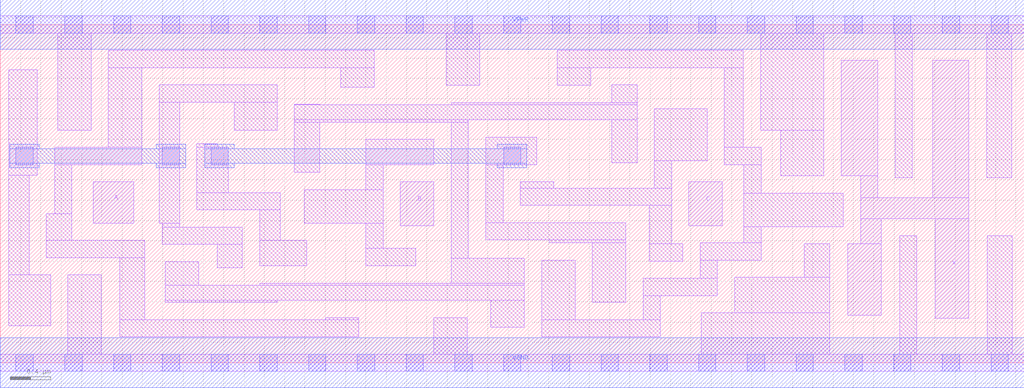
<source format=lef>
# Copyright 2020 The SkyWater PDK Authors
#
# Licensed under the Apache License, Version 2.0 (the "License");
# you may not use this file except in compliance with the License.
# You may obtain a copy of the License at
#
#     https://www.apache.org/licenses/LICENSE-2.0
#
# Unless required by applicable law or agreed to in writing, software
# distributed under the License is distributed on an "AS IS" BASIS,
# WITHOUT WARRANTIES OR CONDITIONS OF ANY KIND, either express or implied.
# See the License for the specific language governing permissions and
# limitations under the License.
#
# SPDX-License-Identifier: Apache-2.0

VERSION 5.7 ;
  NAMESCASESENSITIVE ON ;
  NOWIREEXTENSIONATPIN ON ;
  DIVIDERCHAR "/" ;
  BUSBITCHARS "[]" ;
UNITS
  DATABASE MICRONS 200 ;
END UNITS
MACRO sky130_fd_sc_ms__xnor3_4
  CLASS CORE ;
  FOREIGN sky130_fd_sc_ms__xnor3_4 ;
  ORIGIN  0.000000  0.000000 ;
  SIZE  10.08000 BY  3.330000 ;
  SYMMETRY X Y ;
  SITE unit ;
  PIN A
    ANTENNAGATEAREA  0.276000 ;
    DIRECTION INPUT ;
    USE SIGNAL ;
    PORT
      LAYER li1 ;
        RECT 0.915000 1.375000 1.315000 1.780000 ;
    END
  END A
  PIN B
    ANTENNAGATEAREA  0.771000 ;
    DIRECTION INPUT ;
    USE SIGNAL ;
    PORT
      LAYER li1 ;
        RECT 3.940000 1.350000 4.270000 1.780000 ;
    END
  END B
  PIN C
    ANTENNAGATEAREA  0.425400 ;
    DIRECTION INPUT ;
    USE SIGNAL ;
    PORT
      LAYER li1 ;
        RECT 6.780000 1.350000 7.110000 1.780000 ;
    END
  END C
  PIN X
    ANTENNADIFFAREA  1.019200 ;
    DIRECTION OUTPUT ;
    USE SIGNAL ;
    PORT
      LAYER li1 ;
        RECT 8.280000 1.840000 8.640000 2.980000 ;
        RECT 8.345000 0.470000 8.675000 1.170000 ;
        RECT 8.470000 1.170000 8.675000 1.420000 ;
        RECT 8.470000 1.420000 9.535000 1.625000 ;
        RECT 8.470000 1.625000 8.640000 1.840000 ;
        RECT 9.180000 1.625000 9.535000 2.980000 ;
        RECT 9.205000 0.440000 9.535000 1.420000 ;
    END
  END X
  PIN VGND
    DIRECTION INOUT ;
    USE GROUND ;
    PORT
      LAYER met1 ;
        RECT 0.000000 -0.245000 10.080000 0.245000 ;
    END
  END VGND
  PIN VPWR
    DIRECTION INOUT ;
    USE POWER ;
    PORT
      LAYER met1 ;
        RECT 0.000000 3.085000 10.080000 3.575000 ;
    END
  END VPWR
  OBS
    LAYER li1 ;
      RECT 0.000000 -0.085000 10.080000 0.085000 ;
      RECT 0.000000  3.245000 10.080000 3.415000 ;
      RECT 0.085000  0.365000  0.495000 0.865000 ;
      RECT 0.085000  0.865000  0.285000 1.845000 ;
      RECT 0.085000  1.845000  0.365000 2.885000 ;
      RECT 0.455000  1.035000  1.425000 1.205000 ;
      RECT 0.455000  1.205000  0.705000 1.465000 ;
      RECT 0.535000  1.465000  0.705000 1.950000 ;
      RECT 0.535000  1.950000  1.395000 2.120000 ;
      RECT 0.565000  2.290000  0.895000 3.245000 ;
      RECT 0.665000  0.085000  0.995000 0.865000 ;
      RECT 1.065000  2.120000  1.395000 2.905000 ;
      RECT 1.065000  2.905000  3.680000 3.075000 ;
      RECT 1.175000  0.255000  3.530000 0.425000 ;
      RECT 1.175000  0.425000  1.425000 1.035000 ;
      RECT 1.565000  1.375000  1.765000 2.565000 ;
      RECT 1.565000  2.565000  2.725000 2.735000 ;
      RECT 1.595000  1.165000  2.385000 1.335000 ;
      RECT 1.595000  1.335000  1.765000 1.375000 ;
      RECT 1.625000  0.595000  2.725000 0.615000 ;
      RECT 1.625000  0.615000  5.160000 0.765000 ;
      RECT 1.625000  0.765000  1.955000 0.995000 ;
      RECT 1.935000  1.505000  2.755000 1.675000 ;
      RECT 1.935000  1.675000  2.245000 2.120000 ;
      RECT 1.935000  2.120000  2.135000 2.155000 ;
      RECT 2.135000  0.935000  2.385000 1.165000 ;
      RECT 2.305000  2.290000  2.725000 2.565000 ;
      RECT 2.555000  0.765000  5.160000 0.785000 ;
      RECT 2.555000  0.955000  3.020000 1.205000 ;
      RECT 2.555000  1.205000  2.755000 1.505000 ;
      RECT 2.895000  1.875000  3.145000 2.370000 ;
      RECT 2.895000  2.370000  4.610000 2.390000 ;
      RECT 2.895000  2.390000  6.270000 2.540000 ;
      RECT 2.895000  2.540000  3.145000 2.545000 ;
      RECT 2.995000  1.375000  3.770000 1.705000 ;
      RECT 3.200000  0.425000  3.530000 0.445000 ;
      RECT 3.350000  2.710000  3.680000 2.905000 ;
      RECT 3.600000  0.955000  4.090000 1.125000 ;
      RECT 3.600000  1.125000  3.770000 1.375000 ;
      RECT 3.600000  1.705000  3.770000 1.950000 ;
      RECT 3.600000  1.950000  4.270000 2.200000 ;
      RECT 4.270000  0.085000  4.600000 0.445000 ;
      RECT 4.390000  2.730000  4.720000 3.245000 ;
      RECT 4.440000  0.785000  5.160000 1.030000 ;
      RECT 4.440000  1.030000  4.610000 2.370000 ;
      RECT 4.440000  2.540000  6.270000 2.560000 ;
      RECT 4.780000  1.210000  6.160000 1.380000 ;
      RECT 4.780000  1.380000  4.950000 1.950000 ;
      RECT 4.780000  1.950000  5.280000 2.220000 ;
      RECT 4.830000  0.350000  5.160000 0.615000 ;
      RECT 5.120000  1.550000  6.610000 1.720000 ;
      RECT 5.120000  1.720000  5.450000 1.780000 ;
      RECT 5.330000  0.255000  6.500000 0.425000 ;
      RECT 5.330000  0.425000  5.660000 1.010000 ;
      RECT 5.405000  1.180000  6.160000 1.210000 ;
      RECT 5.485000  2.730000  5.815000 2.905000 ;
      RECT 5.485000  2.905000  7.315000 3.075000 ;
      RECT 5.830000  0.595000  6.160000 1.180000 ;
      RECT 6.020000  1.970000  6.270000 2.390000 ;
      RECT 6.020000  2.560000  6.270000 2.735000 ;
      RECT 6.330000  0.425000  6.500000 0.660000 ;
      RECT 6.330000  0.660000  7.060000 0.830000 ;
      RECT 6.390000  1.000000  6.720000 1.170000 ;
      RECT 6.390000  1.170000  6.610000 1.550000 ;
      RECT 6.440000  1.720000  6.610000 1.990000 ;
      RECT 6.440000  1.990000  6.960000 2.500000 ;
      RECT 6.890000  0.830000  7.060000 1.010000 ;
      RECT 6.890000  1.010000  7.490000 1.180000 ;
      RECT 6.900000  0.085000  8.165000 0.490000 ;
      RECT 7.130000  1.950000  7.490000 2.120000 ;
      RECT 7.130000  2.120000  7.315000 2.905000 ;
      RECT 7.230000  0.490000  8.165000 0.840000 ;
      RECT 7.320000  1.180000  7.490000 1.340000 ;
      RECT 7.320000  1.340000  8.300000 1.670000 ;
      RECT 7.320000  1.670000  7.490000 1.950000 ;
      RECT 7.485000  2.290000  8.110000 3.245000 ;
      RECT 7.685000  1.840000  8.110000 2.290000 ;
      RECT 7.915000  0.840000  8.165000 1.170000 ;
      RECT 8.810000  1.820000  8.980000 3.245000 ;
      RECT 8.855000  0.085000  9.025000 1.250000 ;
      RECT 9.710000  1.820000  9.960000 3.245000 ;
      RECT 9.715000  0.085000  9.965000 1.250000 ;
    LAYER mcon ;
      RECT 0.155000 -0.085000 0.325000 0.085000 ;
      RECT 0.155000  1.950000 0.325000 2.120000 ;
      RECT 0.155000  3.245000 0.325000 3.415000 ;
      RECT 0.635000 -0.085000 0.805000 0.085000 ;
      RECT 0.635000  3.245000 0.805000 3.415000 ;
      RECT 1.115000 -0.085000 1.285000 0.085000 ;
      RECT 1.115000  3.245000 1.285000 3.415000 ;
      RECT 1.595000 -0.085000 1.765000 0.085000 ;
      RECT 1.595000  1.950000 1.765000 2.120000 ;
      RECT 1.595000  3.245000 1.765000 3.415000 ;
      RECT 2.075000 -0.085000 2.245000 0.085000 ;
      RECT 2.075000  1.950000 2.245000 2.120000 ;
      RECT 2.075000  3.245000 2.245000 3.415000 ;
      RECT 2.555000 -0.085000 2.725000 0.085000 ;
      RECT 2.555000  3.245000 2.725000 3.415000 ;
      RECT 3.035000 -0.085000 3.205000 0.085000 ;
      RECT 3.035000  3.245000 3.205000 3.415000 ;
      RECT 3.515000 -0.085000 3.685000 0.085000 ;
      RECT 3.515000  3.245000 3.685000 3.415000 ;
      RECT 3.995000 -0.085000 4.165000 0.085000 ;
      RECT 3.995000  3.245000 4.165000 3.415000 ;
      RECT 4.475000 -0.085000 4.645000 0.085000 ;
      RECT 4.475000  3.245000 4.645000 3.415000 ;
      RECT 4.955000 -0.085000 5.125000 0.085000 ;
      RECT 4.955000  1.950000 5.125000 2.120000 ;
      RECT 4.955000  3.245000 5.125000 3.415000 ;
      RECT 5.435000 -0.085000 5.605000 0.085000 ;
      RECT 5.435000  3.245000 5.605000 3.415000 ;
      RECT 5.915000 -0.085000 6.085000 0.085000 ;
      RECT 5.915000  3.245000 6.085000 3.415000 ;
      RECT 6.395000 -0.085000 6.565000 0.085000 ;
      RECT 6.395000  3.245000 6.565000 3.415000 ;
      RECT 6.875000 -0.085000 7.045000 0.085000 ;
      RECT 6.875000  3.245000 7.045000 3.415000 ;
      RECT 7.355000 -0.085000 7.525000 0.085000 ;
      RECT 7.355000  3.245000 7.525000 3.415000 ;
      RECT 7.835000 -0.085000 8.005000 0.085000 ;
      RECT 7.835000  3.245000 8.005000 3.415000 ;
      RECT 8.315000 -0.085000 8.485000 0.085000 ;
      RECT 8.315000  3.245000 8.485000 3.415000 ;
      RECT 8.795000 -0.085000 8.965000 0.085000 ;
      RECT 8.795000  3.245000 8.965000 3.415000 ;
      RECT 9.275000 -0.085000 9.445000 0.085000 ;
      RECT 9.275000  3.245000 9.445000 3.415000 ;
      RECT 9.755000 -0.085000 9.925000 0.085000 ;
      RECT 9.755000  3.245000 9.925000 3.415000 ;
    LAYER met1 ;
      RECT 0.095000 1.920000 0.385000 1.965000 ;
      RECT 0.095000 1.965000 1.825000 2.105000 ;
      RECT 0.095000 2.105000 0.385000 2.150000 ;
      RECT 1.535000 1.920000 1.825000 1.965000 ;
      RECT 1.535000 2.105000 1.825000 2.150000 ;
      RECT 2.015000 1.920000 2.305000 1.965000 ;
      RECT 2.015000 1.965000 5.185000 2.105000 ;
      RECT 2.015000 2.105000 2.305000 2.150000 ;
      RECT 4.895000 1.920000 5.185000 1.965000 ;
      RECT 4.895000 2.105000 5.185000 2.150000 ;
  END
END sky130_fd_sc_ms__xnor3_4
END LIBRARY

</source>
